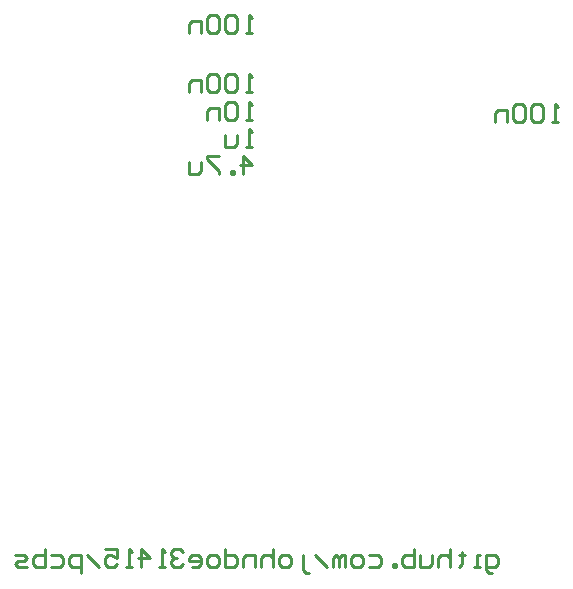
<source format=gbo>
G04 Layer_Color=13813960*
%FSLAX25Y25*%
%MOIN*%
G70*
G01*
G75*
%ADD23C,0.01000*%
D23*
X163000Y221000D02*
X161001D01*
X162000D01*
Y226998D01*
X163000Y225998D01*
X158002D02*
X157002Y226998D01*
X155003D01*
X154003Y225998D01*
Y222000D01*
X155003Y221000D01*
X157002D01*
X158002Y222000D01*
Y225998D01*
X152004Y221000D02*
Y224999D01*
X149004D01*
X148005Y223999D01*
Y221000D01*
X163000Y212000D02*
X161001D01*
X162000D01*
Y217998D01*
X163000Y216998D01*
X158002Y215999D02*
Y213000D01*
X157002Y212000D01*
X154003D01*
Y215999D01*
X160001Y203000D02*
Y208998D01*
X163000Y205999D01*
X159001D01*
X157002Y203000D02*
Y204000D01*
X156002D01*
Y203000D01*
X157002D01*
X152004Y208998D02*
X148005D01*
Y207998D01*
X152004Y204000D01*
Y203000D01*
X146005Y206999D02*
Y204000D01*
X145006Y203000D01*
X142007D01*
Y206999D01*
X163000Y250000D02*
X161001D01*
X162000D01*
Y255998D01*
X163000Y254998D01*
X158002D02*
X157002Y255998D01*
X155003D01*
X154003Y254998D01*
Y251000D01*
X155003Y250000D01*
X157002D01*
X158002Y251000D01*
Y254998D01*
X152004D02*
X151004Y255998D01*
X149004D01*
X148005Y254998D01*
Y251000D01*
X149004Y250000D01*
X151004D01*
X152004Y251000D01*
Y254998D01*
X146005Y250000D02*
Y253999D01*
X143007D01*
X142007Y252999D01*
Y250000D01*
X265000Y220500D02*
X263001D01*
X264000D01*
Y226498D01*
X265000Y225498D01*
X260002D02*
X259002Y226498D01*
X257003D01*
X256003Y225498D01*
Y221500D01*
X257003Y220500D01*
X259002D01*
X260002Y221500D01*
Y225498D01*
X254004D02*
X253004Y226498D01*
X251005D01*
X250005Y225498D01*
Y221500D01*
X251005Y220500D01*
X253004D01*
X254004Y221500D01*
Y225498D01*
X248006Y220500D02*
Y224499D01*
X245006D01*
X244007Y223499D01*
Y220500D01*
X163000Y230500D02*
X161001D01*
X162000D01*
Y236498D01*
X163000Y235498D01*
X158002D02*
X157002Y236498D01*
X155003D01*
X154003Y235498D01*
Y231500D01*
X155003Y230500D01*
X157002D01*
X158002Y231500D01*
Y235498D01*
X152004D02*
X151004Y236498D01*
X149004D01*
X148005Y235498D01*
Y231500D01*
X149004Y230500D01*
X151004D01*
X152004Y231500D01*
Y235498D01*
X146005Y230500D02*
Y234499D01*
X143007D01*
X142007Y233499D01*
Y230500D01*
X243001Y70001D02*
X242001D01*
X241001Y71000D01*
Y75999D01*
X244000D01*
X245000Y74999D01*
Y73000D01*
X244000Y72000D01*
X241001D01*
X239002D02*
X237003D01*
X238002D01*
Y75999D01*
X239002D01*
X233004Y76998D02*
Y75999D01*
X234004D01*
X232004D01*
X233004D01*
Y73000D01*
X232004Y72000D01*
X229005Y77998D02*
Y72000D01*
Y74999D01*
X228006Y75999D01*
X226006D01*
X225007Y74999D01*
Y72000D01*
X223007Y75999D02*
Y73000D01*
X222007Y72000D01*
X219008D01*
Y75999D01*
X217009Y77998D02*
Y72000D01*
X214010D01*
X213010Y73000D01*
Y73999D01*
Y74999D01*
X214010Y75999D01*
X217009D01*
X211011Y72000D02*
Y73000D01*
X210011D01*
Y72000D01*
X211011D01*
X202014Y75999D02*
X205013D01*
X206013Y74999D01*
Y73000D01*
X205013Y72000D01*
X202014D01*
X199015D02*
X197016D01*
X196016Y73000D01*
Y74999D01*
X197016Y75999D01*
X199015D01*
X200015Y74999D01*
Y73000D01*
X199015Y72000D01*
X194017D02*
Y75999D01*
X193017D01*
X192017Y74999D01*
Y72000D01*
Y74999D01*
X191017Y75999D01*
X190018Y74999D01*
Y72000D01*
X188018D02*
X184020Y75999D01*
X182020Y70001D02*
X181021D01*
X180021Y71000D01*
Y75999D01*
X175023Y72000D02*
X173023D01*
X172024Y73000D01*
Y74999D01*
X173023Y75999D01*
X175023D01*
X176022Y74999D01*
Y73000D01*
X175023Y72000D01*
X170024Y77998D02*
Y72000D01*
Y74999D01*
X169025Y75999D01*
X167025D01*
X166025Y74999D01*
Y72000D01*
X164026D02*
Y75999D01*
X161027D01*
X160028Y74999D01*
Y72000D01*
X154029Y77998D02*
Y72000D01*
X157028D01*
X158028Y73000D01*
Y74999D01*
X157028Y75999D01*
X154029D01*
X151030Y72000D02*
X149031D01*
X148031Y73000D01*
Y74999D01*
X149031Y75999D01*
X151030D01*
X152030Y74999D01*
Y73000D01*
X151030Y72000D01*
X143033D02*
X145032D01*
X146032Y73000D01*
Y74999D01*
X145032Y75999D01*
X143033D01*
X142033Y74999D01*
Y73999D01*
X146032D01*
X140034Y76998D02*
X139034Y77998D01*
X137035D01*
X136035Y76998D01*
Y75999D01*
X137035Y74999D01*
X138035D01*
X137035D01*
X136035Y73999D01*
Y73000D01*
X137035Y72000D01*
X139034D01*
X140034Y73000D01*
X134036Y72000D02*
X132037D01*
X133036D01*
Y77998D01*
X134036Y76998D01*
X126039Y72000D02*
Y77998D01*
X129037Y74999D01*
X125039D01*
X123039Y72000D02*
X121040D01*
X122040D01*
Y77998D01*
X123039Y76998D01*
X114042Y77998D02*
X118041D01*
Y74999D01*
X116042Y75999D01*
X115042D01*
X114042Y74999D01*
Y73000D01*
X115042Y72000D01*
X117041D01*
X118041Y73000D01*
X112043Y72000D02*
X108044Y75999D01*
X106045Y70001D02*
Y75999D01*
X103046D01*
X102046Y74999D01*
Y73000D01*
X103046Y72000D01*
X106045D01*
X96048Y75999D02*
X99047D01*
X100047Y74999D01*
Y73000D01*
X99047Y72000D01*
X96048D01*
X94049Y77998D02*
Y72000D01*
X91050D01*
X90050Y73000D01*
Y73999D01*
Y74999D01*
X91050Y75999D01*
X94049D01*
X88051Y72000D02*
X85052D01*
X84052Y73000D01*
X85052Y73999D01*
X87051D01*
X88051Y74999D01*
X87051Y75999D01*
X84052D01*
M02*

</source>
